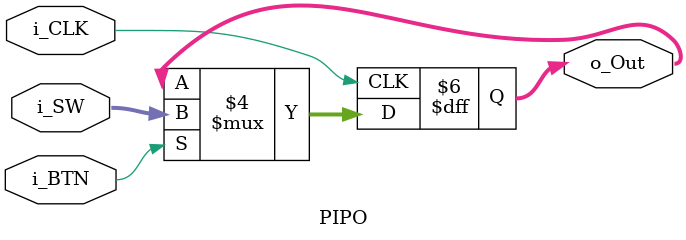
<source format=v>
`timescale 1ns / 1ps


module PIPO(
input [7:0] i_SW,
input i_CLK,
input i_BTN,
output reg [7:0] o_Out
    );
//genvar i;

//generate
//for(i=0; i< 8; i= i+1)
//begin
// dff dff_x(
//.clk(i_BTN),
//.rst(i_RST),
//.D(i_SW[i]),
//.Q(o_LED[i])
//);
//end
//endgenerate


always@(posedge(i_CLK))
begin
if(i_BTN == 1)
    o_Out = i_SW;
end
endmodule

</source>
